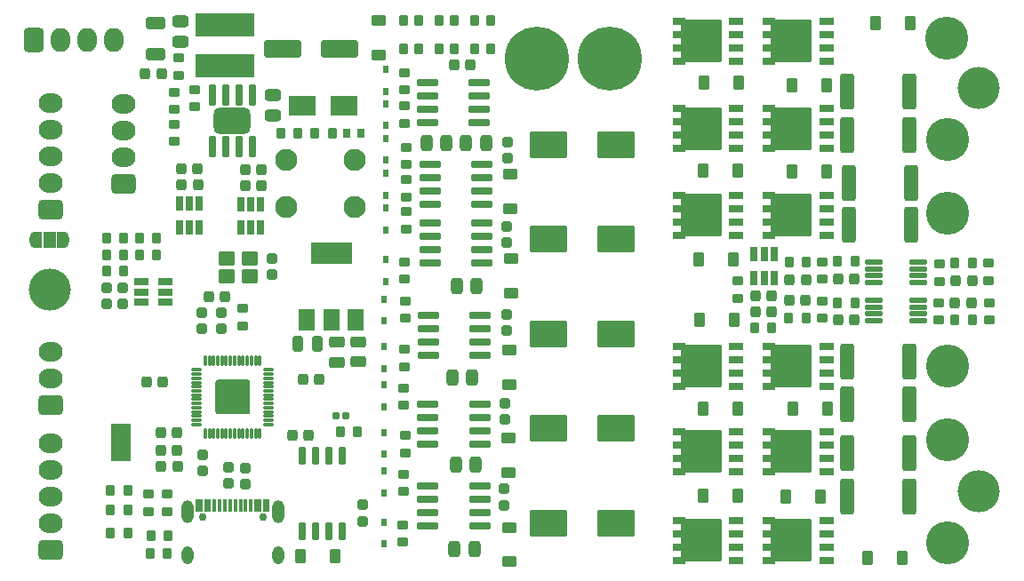
<source format=gts>
G04 #@! TF.GenerationSoftware,KiCad,Pcbnew,6.0.0-rc2*
G04 #@! TF.CreationDate,2022-06-25T16:15:40-07:00*
G04 #@! TF.ProjectId,RP2040_motor-rounded,52503230-3430-45f6-9d6f-746f722d726f,REV1*
G04 #@! TF.SameCoordinates,Original*
G04 #@! TF.FileFunction,Soldermask,Top*
G04 #@! TF.FilePolarity,Negative*
%FSLAX46Y46*%
G04 Gerber Fmt 4.6, Leading zero omitted, Abs format (unit mm)*
G04 Created by KiCad (PCBNEW 6.0.0-rc2) date 2022-06-25 16:15:40*
%MOMM*%
%LPD*%
G01*
G04 APERTURE LIST*
G04 Aperture macros list*
%AMRoundRect*
0 Rectangle with rounded corners*
0 $1 Rounding radius*
0 $2 $3 $4 $5 $6 $7 $8 $9 X,Y pos of 4 corners*
0 Add a 4 corners polygon primitive as box body*
4,1,4,$2,$3,$4,$5,$6,$7,$8,$9,$2,$3,0*
0 Add four circle primitives for the rounded corners*
1,1,$1+$1,$2,$3*
1,1,$1+$1,$4,$5*
1,1,$1+$1,$6,$7*
1,1,$1+$1,$8,$9*
0 Add four rect primitives between the rounded corners*
20,1,$1+$1,$2,$3,$4,$5,0*
20,1,$1+$1,$4,$5,$6,$7,0*
20,1,$1+$1,$6,$7,$8,$9,0*
20,1,$1+$1,$8,$9,$2,$3,0*%
%AMFreePoly0*
4,1,37,0.586062,0.786062,0.601000,0.750000,0.601000,-0.750000,0.586062,-0.786062,0.550000,-0.801000,0.000000,-0.801000,-0.012525,-0.795812,-0.080875,-0.794559,-0.095149,-0.792248,-0.230464,-0.749973,-0.243516,-0.743747,-0.361526,-0.665192,-0.372306,-0.655554,-0.463526,-0.547035,-0.471167,-0.534759,-0.528262,-0.405000,-0.532150,-0.391073,-0.549733,-0.256613,-0.548336,-0.256430,-0.551000,-0.250000,
-0.551000,0.250000,-0.550512,0.251179,-0.550356,0.263956,-0.528545,0.404033,-0.524317,0.417860,-0.464069,0.546185,-0.456130,0.558271,-0.362286,0.664529,-0.351274,0.673901,-0.231379,0.749549,-0.218180,0.755454,-0.081873,0.794411,-0.067546,0.796373,-0.011990,0.796033,0.000000,0.801000,0.550000,0.801000,0.586062,0.786062,0.586062,0.786062,$1*%
%AMFreePoly1*
4,1,37,0.012349,0.795885,0.074216,0.795507,0.088518,0.793370,0.224339,0.752751,0.237465,0.746685,0.356427,0.669578,0.367324,0.660073,0.459862,0.552676,0.467652,0.540494,0.526329,0.411442,0.530388,0.397563,0.550485,0.257230,0.551000,0.250000,0.551000,-0.250000,0.550996,-0.250622,0.550847,-0.262838,0.550144,-0.270677,0.526624,-0.410478,0.522228,-0.424254,0.460416,-0.551833,
0.452330,-0.563821,0.357195,-0.668925,0.346069,-0.678161,0.225259,-0.752338,0.211989,-0.758081,0.075216,-0.795370,0.060866,-0.797157,0.011464,-0.796251,0.000000,-0.801000,-0.550000,-0.801000,-0.586062,-0.786062,-0.601000,-0.750000,-0.601000,0.750000,-0.586062,0.786062,-0.550000,0.801000,0.000000,0.801000,0.012349,0.795885,0.012349,0.795885,$1*%
G04 Aperture macros list end*
%ADD10RoundRect,0.294750X0.243750X0.456250X-0.243750X0.456250X-0.243750X-0.456250X0.243750X-0.456250X0*%
%ADD11RoundRect,0.276000X0.225000X0.250000X-0.225000X0.250000X-0.225000X-0.250000X0.225000X-0.250000X0*%
%ADD12RoundRect,0.276000X-0.250000X0.225000X-0.250000X-0.225000X0.250000X-0.225000X0.250000X0.225000X0*%
%ADD13RoundRect,0.276000X-0.225000X-0.250000X0.225000X-0.250000X0.225000X0.250000X-0.225000X0.250000X0*%
%ADD14RoundRect,0.276000X0.250000X-0.225000X0.250000X0.225000X-0.250000X0.225000X-0.250000X-0.225000X0*%
%ADD15RoundRect,0.198500X0.147500X0.172500X-0.147500X0.172500X-0.147500X-0.172500X0.147500X-0.172500X0*%
%ADD16RoundRect,0.051000X0.750000X-1.000000X0.750000X1.000000X-0.750000X1.000000X-0.750000X-1.000000X0*%
%ADD17RoundRect,0.051000X1.900000X-1.000000X1.900000X1.000000X-1.900000X1.000000X-1.900000X-1.000000X0*%
%ADD18RoundRect,0.201000X-0.150000X0.650000X-0.150000X-0.650000X0.150000X-0.650000X0.150000X0.650000X0*%
%ADD19RoundRect,0.251000X-0.200000X-0.275000X0.200000X-0.275000X0.200000X0.275000X-0.200000X0.275000X0*%
%ADD20RoundRect,0.251000X0.275000X-0.200000X0.275000X0.200000X-0.275000X0.200000X-0.275000X-0.200000X0*%
%ADD21RoundRect,0.294750X-0.456250X0.243750X-0.456250X-0.243750X0.456250X-0.243750X0.456250X0.243750X0*%
%ADD22RoundRect,0.101000X0.387500X0.050000X-0.387500X0.050000X-0.387500X-0.050000X0.387500X-0.050000X0*%
%ADD23RoundRect,0.101000X0.050000X0.387500X-0.050000X0.387500X-0.050000X-0.387500X0.050000X-0.387500X0*%
%ADD24RoundRect,0.195000X1.456000X1.456000X-1.456000X1.456000X-1.456000X-1.456000X1.456000X-1.456000X0*%
%ADD25RoundRect,0.301000X-0.250000X-0.475000X0.250000X-0.475000X0.250000X0.475000X-0.250000X0.475000X0*%
%ADD26C,4.002000*%
%ADD27RoundRect,0.301000X0.845000X-0.620000X0.845000X0.620000X-0.845000X0.620000X-0.845000X-0.620000X0*%
%ADD28O,2.292000X1.842000*%
%ADD29RoundRect,0.201000X-0.150000X0.825000X-0.150000X-0.825000X0.150000X-0.825000X0.150000X0.825000X0*%
%ADD30RoundRect,0.676000X-1.075000X0.625000X-1.075000X-0.625000X1.075000X-0.625000X1.075000X0.625000X0*%
%ADD31RoundRect,0.051000X0.600000X-0.450000X0.600000X0.450000X-0.600000X0.450000X-0.600000X-0.450000X0*%
%ADD32RoundRect,0.301000X1.500000X1.000000X-1.500000X1.000000X-1.500000X-1.000000X1.500000X-1.000000X0*%
%ADD33RoundRect,0.251000X-0.275000X0.200000X-0.275000X-0.200000X0.275000X-0.200000X0.275000X0.200000X0*%
%ADD34RoundRect,0.301000X-1.500000X-0.550000X1.500000X-0.550000X1.500000X0.550000X-1.500000X0.550000X0*%
%ADD35RoundRect,0.051000X-0.300000X-0.350000X0.300000X-0.350000X0.300000X0.350000X-0.300000X0.350000X0*%
%ADD36C,2.102000*%
%ADD37RoundRect,0.301000X0.362500X1.425000X-0.362500X1.425000X-0.362500X-1.425000X0.362500X-1.425000X0*%
%ADD38RoundRect,0.251000X0.200000X0.275000X-0.200000X0.275000X-0.200000X-0.275000X0.200000X-0.275000X0*%
%ADD39RoundRect,0.051000X0.635000X0.305000X-0.635000X0.305000X-0.635000X-0.305000X0.635000X-0.305000X0*%
%ADD40RoundRect,0.051000X0.510000X0.305000X-0.510000X0.305000X-0.510000X-0.305000X0.510000X-0.305000X0*%
%ADD41RoundRect,0.051000X1.905000X1.955000X-1.905000X1.955000X-1.905000X-1.955000X1.905000X-1.955000X0*%
%ADD42RoundRect,0.051000X-0.450000X-0.600000X0.450000X-0.600000X0.450000X0.600000X-0.450000X0.600000X0*%
%ADD43RoundRect,0.051000X-1.250000X-0.900000X1.250000X-0.900000X1.250000X0.900000X-1.250000X0.900000X0*%
%ADD44C,4.102000*%
%ADD45RoundRect,0.201000X0.825000X0.150000X-0.825000X0.150000X-0.825000X-0.150000X0.825000X-0.150000X0*%
%ADD46RoundRect,0.201000X-0.150000X0.512500X-0.150000X-0.512500X0.150000X-0.512500X0.150000X0.512500X0*%
%ADD47C,6.102000*%
%ADD48RoundRect,0.301000X-0.475000X0.250000X-0.475000X-0.250000X0.475000X-0.250000X0.475000X0.250000X0*%
%ADD49RoundRect,0.051000X-0.225000X0.300000X-0.225000X-0.300000X0.225000X-0.300000X0.225000X0.300000X0*%
%ADD50RoundRect,0.051000X2.750000X-1.075000X2.750000X1.075000X-2.750000X1.075000X-2.750000X-1.075000X0*%
%ADD51RoundRect,0.301000X-0.620000X-0.845000X0.620000X-0.845000X0.620000X0.845000X-0.620000X0.845000X0*%
%ADD52O,1.842000X2.292000*%
%ADD53RoundRect,0.051000X-0.600000X0.450000X-0.600000X-0.450000X0.600000X-0.450000X0.600000X0.450000X0*%
%ADD54RoundRect,0.051000X0.375000X-0.450000X0.375000X0.450000X-0.375000X0.450000X-0.375000X-0.450000X0*%
%ADD55RoundRect,0.301000X0.250000X0.475000X-0.250000X0.475000X-0.250000X-0.475000X0.250000X-0.475000X0*%
%ADD56RoundRect,0.051000X0.450000X0.600000X-0.450000X0.600000X-0.450000X-0.600000X0.450000X-0.600000X0*%
%ADD57RoundRect,0.151000X0.712500X0.100000X-0.712500X0.100000X-0.712500X-0.100000X0.712500X-0.100000X0*%
%ADD58RoundRect,0.201000X0.150000X-0.512500X0.150000X0.512500X-0.150000X0.512500X-0.150000X-0.512500X0*%
%ADD59RoundRect,0.051000X-0.700000X-0.600000X0.700000X-0.600000X0.700000X0.600000X-0.700000X0.600000X0*%
%ADD60FreePoly0,0.000000*%
%ADD61RoundRect,0.051000X-0.500000X-0.750000X0.500000X-0.750000X0.500000X0.750000X-0.500000X0.750000X0*%
%ADD62FreePoly1,0.000000*%
%ADD63RoundRect,0.201000X-0.512500X-0.150000X0.512500X-0.150000X0.512500X0.150000X-0.512500X0.150000X0*%
%ADD64RoundRect,0.051000X0.890000X-1.715000X0.890000X1.715000X-0.890000X1.715000X-0.890000X-1.715000X0*%
%ADD65RoundRect,0.301000X0.625000X-0.312500X0.625000X0.312500X-0.625000X0.312500X-0.625000X-0.312500X0*%
%ADD66C,0.752000*%
%ADD67RoundRect,0.051000X-0.150000X-0.575000X0.150000X-0.575000X0.150000X0.575000X-0.150000X0.575000X0*%
%ADD68O,1.102000X2.202000*%
%ADD69O,1.102000X1.702000*%
G04 APERTURE END LIST*
D10*
X99452500Y-100200000D03*
X97577500Y-100200000D03*
D11*
X86140000Y-111890000D03*
X84590000Y-111890000D03*
D12*
X88590000Y-110760000D03*
X88590000Y-112310000D03*
D13*
X98100000Y-103550000D03*
X99650000Y-103550000D03*
D14*
X103770000Y-117070000D03*
X103770000Y-115520000D03*
D15*
X102220000Y-107010000D03*
X101250000Y-107010000D03*
D16*
X98490000Y-97850000D03*
D17*
X100790000Y-91550000D03*
D16*
X100790000Y-97850000D03*
X103090000Y-97850000D03*
D18*
X101830000Y-110860000D03*
X100560000Y-110860000D03*
X99290000Y-110860000D03*
X98020000Y-110860000D03*
X98020000Y-118060000D03*
X99290000Y-118060000D03*
X100560000Y-118060000D03*
X101830000Y-118060000D03*
D11*
X90680000Y-95650000D03*
X89130000Y-95650000D03*
D19*
X101660000Y-108510000D03*
X103310000Y-108510000D03*
D12*
X91040000Y-111910000D03*
X91040000Y-113460000D03*
D11*
X84730000Y-103800000D03*
X83180000Y-103800000D03*
D14*
X90359000Y-98740000D03*
X90359000Y-97190000D03*
D20*
X85190000Y-116160000D03*
X85190000Y-114510000D03*
D14*
X88440000Y-98740000D03*
X88440000Y-97190000D03*
D21*
X103400000Y-100010000D03*
X103400000Y-101885000D03*
D13*
X97100000Y-108900000D03*
X98650000Y-108900000D03*
D11*
X86080000Y-110300000D03*
X84530000Y-110300000D03*
D22*
X94827500Y-107850000D03*
X94827500Y-107450000D03*
X94827500Y-107050000D03*
X94827500Y-106650000D03*
X94827500Y-106250000D03*
X94827500Y-105850000D03*
X94827500Y-105450000D03*
X94827500Y-105050000D03*
X94827500Y-104650000D03*
X94827500Y-104250000D03*
X94827500Y-103850000D03*
X94827500Y-103450000D03*
X94827500Y-103050000D03*
X94827500Y-102650000D03*
D23*
X93990000Y-101812500D03*
X93590000Y-101812500D03*
X93190000Y-101812500D03*
X92790000Y-101812500D03*
X92390000Y-101812500D03*
X91990000Y-101812500D03*
X91590000Y-101812500D03*
X91190000Y-101812500D03*
X90790000Y-101812500D03*
X90390000Y-101812500D03*
X89990000Y-101812500D03*
X89590000Y-101812500D03*
X89190000Y-101812500D03*
X88790000Y-101812500D03*
D22*
X87952500Y-102650000D03*
X87952500Y-103050000D03*
X87952500Y-103450000D03*
X87952500Y-103850000D03*
X87952500Y-104250000D03*
X87952500Y-104650000D03*
X87952500Y-105050000D03*
X87952500Y-105450000D03*
X87952500Y-105850000D03*
X87952500Y-106250000D03*
X87952500Y-106650000D03*
X87952500Y-107050000D03*
X87952500Y-107450000D03*
X87952500Y-107850000D03*
D23*
X88790000Y-108687500D03*
X89190000Y-108687500D03*
X89590000Y-108687500D03*
X89990000Y-108687500D03*
X90390000Y-108687500D03*
X90790000Y-108687500D03*
X91190000Y-108687500D03*
X91590000Y-108687500D03*
X91990000Y-108687500D03*
X92390000Y-108687500D03*
X92790000Y-108687500D03*
X93190000Y-108687500D03*
X93590000Y-108687500D03*
X93990000Y-108687500D03*
D24*
X91390000Y-105250000D03*
D14*
X95150000Y-93600000D03*
X95150000Y-92050000D03*
D20*
X83390000Y-116160000D03*
X83390000Y-114510000D03*
D12*
X92640000Y-112010000D03*
X92640000Y-113560000D03*
D11*
X86080000Y-108650000D03*
X84530000Y-108650000D03*
D20*
X92340000Y-98460000D03*
X92340000Y-96810000D03*
D21*
X101350000Y-100037500D03*
X101350000Y-101912500D03*
D11*
X114034100Y-73620000D03*
X112484100Y-73620000D03*
D25*
X112340900Y-103380000D03*
X114240900Y-103380000D03*
D11*
X88085000Y-85040000D03*
X86535000Y-85040000D03*
D26*
X73950000Y-95000000D03*
D27*
X81050000Y-84960000D03*
D28*
X81050000Y-82420000D03*
X81050000Y-79880000D03*
X81050000Y-77340000D03*
D29*
X93255000Y-76425000D03*
X91985000Y-76425000D03*
X90715000Y-76425000D03*
X89445000Y-76425000D03*
X89445000Y-81375000D03*
X90715000Y-81375000D03*
X91985000Y-81375000D03*
X93255000Y-81375000D03*
D30*
X91350000Y-78900000D03*
D31*
X117750000Y-104050000D03*
X117750000Y-100750000D03*
D32*
X127960000Y-117250000D03*
X121460000Y-117250000D03*
D33*
X107700000Y-112600000D03*
X107700000Y-114250000D03*
D34*
X96165000Y-72020000D03*
X101565000Y-72020000D03*
D35*
X103650000Y-80100000D03*
X102250000Y-80100000D03*
D33*
X139550000Y-94175000D03*
X139550000Y-95825000D03*
D36*
X103000000Y-82600000D03*
X96500000Y-82600000D03*
X103000000Y-87100000D03*
X96500000Y-87100000D03*
D37*
X155822500Y-114740000D03*
X149897500Y-114740000D03*
D11*
X150625000Y-97900000D03*
X149075000Y-97900000D03*
X142725000Y-97100000D03*
X141175000Y-97100000D03*
D38*
X150665000Y-92310000D03*
X149015000Y-92310000D03*
D39*
X147970000Y-119535000D03*
X147970000Y-120805000D03*
X147970000Y-118265000D03*
X147970000Y-116995000D03*
D40*
X142505000Y-118265000D03*
X142505000Y-119535000D03*
D41*
X144610000Y-118900000D03*
D40*
X142505000Y-120805000D03*
X142505000Y-116995000D03*
D33*
X163420000Y-92495000D03*
X163420000Y-94145000D03*
D12*
X80950000Y-94825000D03*
X80950000Y-96375000D03*
D37*
X156022500Y-84860000D03*
X150097500Y-84860000D03*
D38*
X81025000Y-90100000D03*
X79375000Y-90100000D03*
D20*
X163469100Y-97890000D03*
X163469100Y-96240000D03*
D12*
X117570000Y-80925900D03*
X117570000Y-82475900D03*
D42*
X152610000Y-69570000D03*
X155910000Y-69570000D03*
D38*
X81025000Y-91690000D03*
X79375000Y-91690000D03*
D19*
X83605000Y-118460000D03*
X85255000Y-118460000D03*
D39*
X147970000Y-71964500D03*
X147970000Y-73234500D03*
X147970000Y-70694500D03*
X147970000Y-69424500D03*
D40*
X142505000Y-70694500D03*
X142505000Y-73234500D03*
X142505000Y-69424500D03*
X142505000Y-71964500D03*
D41*
X144610000Y-71329500D03*
D33*
X107869000Y-96090000D03*
X107869000Y-97740000D03*
X107779000Y-77510000D03*
X107779000Y-79160000D03*
D42*
X136181000Y-106375000D03*
X139481000Y-106375000D03*
D38*
X85195000Y-120170000D03*
X83545000Y-120170000D03*
D43*
X97995000Y-77500000D03*
X101995000Y-77500000D03*
D25*
X112730900Y-94700000D03*
X114630900Y-94700000D03*
D44*
X159400000Y-71000000D03*
D45*
X114934100Y-109755000D03*
X114934100Y-108485000D03*
X114934100Y-107215000D03*
X114934100Y-105945000D03*
X109984100Y-105945000D03*
X109984100Y-107215000D03*
X109984100Y-108485000D03*
X109984100Y-109755000D03*
D46*
X88234000Y-86764200D03*
X87284000Y-86764200D03*
X86334000Y-86764200D03*
X86334000Y-89039200D03*
X87284000Y-89039200D03*
X88234000Y-89039200D03*
D47*
X120350000Y-73000000D03*
D32*
X127960000Y-81220000D03*
X121460000Y-81220000D03*
D48*
X86410000Y-69445000D03*
X86410000Y-71345000D03*
D33*
X107779000Y-100690000D03*
X107779000Y-102340000D03*
D19*
X82525000Y-91700000D03*
X84175000Y-91700000D03*
D13*
X160206600Y-96245000D03*
X161756600Y-96245000D03*
D49*
X106010000Y-87245000D03*
X106010000Y-89345000D03*
D20*
X158681900Y-97910000D03*
X158681900Y-96260000D03*
D31*
X117750000Y-120950000D03*
X117750000Y-117650000D03*
D13*
X160285000Y-94170000D03*
X161835000Y-94170000D03*
D11*
X150625000Y-93950000D03*
X149075000Y-93950000D03*
D39*
X147970000Y-81575000D03*
X147970000Y-79035000D03*
X147970000Y-80305000D03*
X147970000Y-77765000D03*
D41*
X144610000Y-79670000D03*
D40*
X142505000Y-80305000D03*
X142505000Y-81575000D03*
X142505000Y-77765000D03*
X142505000Y-79035000D03*
D44*
X159500000Y-102250000D03*
D50*
X90705000Y-73645000D03*
X90705000Y-69795000D03*
D51*
X72490000Y-71200000D03*
D52*
X75030000Y-71200000D03*
X77570000Y-71200000D03*
X80110000Y-71200000D03*
D37*
X155822500Y-101880000D03*
X149897500Y-101880000D03*
D20*
X87830000Y-77570000D03*
X87830000Y-75920000D03*
D37*
X155822500Y-76140000D03*
X149897500Y-76140000D03*
D49*
X106010000Y-74020000D03*
X106010000Y-76120000D03*
D20*
X147540000Y-94025000D03*
X147540000Y-92375000D03*
D53*
X105300000Y-69330000D03*
X105300000Y-72630000D03*
D39*
X139380000Y-79035000D03*
X139380000Y-80305000D03*
X139380000Y-81575000D03*
X139380000Y-77765000D03*
D40*
X133915000Y-80305000D03*
X133915000Y-79035000D03*
D41*
X136020000Y-79670000D03*
D40*
X133915000Y-81575000D03*
X133915000Y-77765000D03*
D39*
X139380000Y-87265000D03*
X139380000Y-89805000D03*
X139380000Y-88535000D03*
X139380000Y-85995000D03*
D41*
X136020000Y-87900000D03*
D40*
X133915000Y-88535000D03*
X133915000Y-89805000D03*
X133915000Y-85995000D03*
X133915000Y-87265000D03*
D45*
X114884100Y-79125000D03*
X114884100Y-77855000D03*
X114884100Y-76585000D03*
X114884100Y-75315000D03*
X109934100Y-75315000D03*
X109934100Y-76585000D03*
X109934100Y-77855000D03*
X109934100Y-79125000D03*
D33*
X107769000Y-74310000D03*
X107769000Y-75960000D03*
D13*
X86515000Y-83500000D03*
X88065000Y-83500000D03*
D54*
X114450000Y-72050000D03*
X115950000Y-72050000D03*
X115950000Y-69350000D03*
X114450000Y-69350000D03*
D33*
X107919000Y-81415000D03*
X107919000Y-83065000D03*
D39*
X147970000Y-87265000D03*
X147970000Y-88535000D03*
X147970000Y-89805000D03*
X147970000Y-85995000D03*
D40*
X142505000Y-87265000D03*
X142505000Y-89805000D03*
X142505000Y-88535000D03*
X142505000Y-85995000D03*
D41*
X144610000Y-87900000D03*
D55*
X111759100Y-81000000D03*
X109859100Y-81000000D03*
D13*
X92575000Y-85100000D03*
X94125000Y-85100000D03*
D45*
X115144100Y-92495000D03*
X115144100Y-91225000D03*
X115144100Y-89955000D03*
X115144100Y-88685000D03*
X110194100Y-88685000D03*
X110194100Y-89955000D03*
X110194100Y-91225000D03*
X110194100Y-92495000D03*
D37*
X155822500Y-105920000D03*
X149897500Y-105920000D03*
D45*
X114944100Y-117525000D03*
X114944100Y-116255000D03*
X114944100Y-114985000D03*
X114944100Y-113715000D03*
X109994100Y-113715000D03*
X109994100Y-114985000D03*
X109994100Y-116255000D03*
X109994100Y-117525000D03*
D19*
X99237000Y-80124900D03*
X100887000Y-80124900D03*
D27*
X74100000Y-87400000D03*
D28*
X74100000Y-84860000D03*
X74100000Y-82320000D03*
X74100000Y-79780000D03*
X74100000Y-77240000D03*
D45*
X115134100Y-86875000D03*
X115134100Y-85605000D03*
X115134100Y-84335000D03*
X115134100Y-83065000D03*
X110184100Y-83065000D03*
X110184100Y-84335000D03*
X110184100Y-85605000D03*
X110184100Y-86875000D03*
D33*
X107821000Y-108905000D03*
X107821000Y-110555000D03*
D49*
X106010000Y-83920000D03*
X106010000Y-86020000D03*
D19*
X95983900Y-80110000D03*
X97633900Y-80110000D03*
D37*
X155822500Y-110620000D03*
X149897500Y-110620000D03*
D39*
X147970000Y-111085000D03*
X147970000Y-109815000D03*
X147970000Y-112355000D03*
X147970000Y-108545000D03*
D40*
X142505000Y-109815000D03*
X142505000Y-108545000D03*
X142505000Y-112355000D03*
D41*
X144610000Y-110450000D03*
D40*
X142505000Y-111085000D03*
D32*
X127960000Y-108200000D03*
X121460000Y-108200000D03*
D42*
X144121000Y-114735000D03*
X147421000Y-114735000D03*
D27*
X74100000Y-106000000D03*
D28*
X74100000Y-103460000D03*
X74100000Y-100920000D03*
D42*
X144810000Y-106375000D03*
X148110000Y-106375000D03*
D33*
X107719000Y-104395000D03*
X107719000Y-106045000D03*
D25*
X112640900Y-111680000D03*
X114540900Y-111680000D03*
D33*
X107900000Y-87570000D03*
X107900000Y-89220000D03*
D56*
X101150000Y-120400000D03*
X97850000Y-120400000D03*
D39*
X139380000Y-73225000D03*
X139380000Y-70685000D03*
X139380000Y-71955000D03*
X139380000Y-69415000D03*
D40*
X133915000Y-71955000D03*
D41*
X136020000Y-71320000D03*
D40*
X133915000Y-73225000D03*
X133915000Y-70685000D03*
X133915000Y-69415000D03*
D49*
X106010000Y-92120000D03*
X106010000Y-94220000D03*
D57*
X156712500Y-97975000D03*
X156712500Y-97325000D03*
X156712500Y-96675000D03*
X156712500Y-96025000D03*
X152487500Y-96025000D03*
X152487500Y-96675000D03*
X152487500Y-97325000D03*
X152487500Y-97975000D03*
D49*
X106010000Y-80570000D03*
X106010000Y-82670000D03*
X105810000Y-95900000D03*
X105810000Y-98000000D03*
D42*
X136231000Y-83645000D03*
X139531000Y-83645000D03*
D19*
X144356900Y-97738000D03*
X146006900Y-97738000D03*
D11*
X146015000Y-94060000D03*
X144465000Y-94060000D03*
D20*
X85850000Y-80865000D03*
X85850000Y-79215000D03*
D45*
X114984100Y-101305000D03*
X114984100Y-100035000D03*
X114984100Y-98765000D03*
X114984100Y-97495000D03*
X110034100Y-97495000D03*
X110034100Y-98765000D03*
X110034100Y-100035000D03*
X110034100Y-101305000D03*
D58*
X141076000Y-93875800D03*
X142026000Y-93875800D03*
X142976000Y-93875800D03*
X142976000Y-91600800D03*
X142026000Y-91600800D03*
X141076000Y-91600800D03*
D39*
X139380000Y-111085000D03*
X139380000Y-112355000D03*
X139380000Y-109815000D03*
X139380000Y-108545000D03*
D40*
X133915000Y-111085000D03*
X133915000Y-108545000D03*
D41*
X136020000Y-110450000D03*
D40*
X133915000Y-109815000D03*
X133915000Y-112355000D03*
D59*
X90850000Y-93750000D03*
X93050000Y-93750000D03*
X93050000Y-92050000D03*
X90850000Y-92050000D03*
D60*
X72660000Y-90250000D03*
D61*
X73960000Y-90250000D03*
D62*
X75260000Y-90250000D03*
D38*
X150675000Y-96230900D03*
X149025000Y-96230900D03*
D33*
X107600000Y-117400000D03*
X107600000Y-119050000D03*
D32*
X127960000Y-99200000D03*
X121460000Y-99200000D03*
D63*
X82684200Y-94266000D03*
X82684200Y-95216000D03*
X82684200Y-96166000D03*
X84959200Y-96166000D03*
X84959200Y-95216000D03*
X84959200Y-94266000D03*
D49*
X106010000Y-77270000D03*
X106010000Y-79370000D03*
D64*
X80800000Y-109600000D03*
D38*
X81415000Y-118200000D03*
X79765000Y-118200000D03*
D57*
X156712500Y-94315000D03*
X156712500Y-93665000D03*
X156712500Y-93015000D03*
X156712500Y-92365000D03*
X152487500Y-92365000D03*
X152487500Y-93015000D03*
X152487500Y-93665000D03*
X152487500Y-94315000D03*
D26*
X162450000Y-75800000D03*
D27*
X74100000Y-119850000D03*
D28*
X74100000Y-117310000D03*
X74100000Y-114770000D03*
X74100000Y-112230000D03*
X74100000Y-109690000D03*
D54*
X111050000Y-72050000D03*
X112550000Y-72050000D03*
X112550000Y-69350000D03*
X111050000Y-69350000D03*
D33*
X107800000Y-92370000D03*
X107800000Y-94020000D03*
D11*
X145943400Y-96025000D03*
X144393400Y-96025000D03*
D31*
X117850000Y-87320000D03*
X117850000Y-84020000D03*
D39*
X139380000Y-118265000D03*
X139380000Y-120805000D03*
X139380000Y-119535000D03*
X139380000Y-116995000D03*
D40*
X133915000Y-116995000D03*
X133915000Y-119535000D03*
X133915000Y-120805000D03*
X133915000Y-118265000D03*
D41*
X136020000Y-118900000D03*
D42*
X135810000Y-92155000D03*
X139110000Y-92155000D03*
X136181000Y-114635000D03*
X139481000Y-114635000D03*
D12*
X117270000Y-114005900D03*
X117270000Y-115555900D03*
D44*
X159500000Y-87750000D03*
D20*
X158740000Y-94205000D03*
X158740000Y-92555000D03*
D12*
X117470000Y-88975900D03*
X117470000Y-90525900D03*
D38*
X161843100Y-97842000D03*
X160193100Y-97842000D03*
D42*
X136310000Y-75295000D03*
X139610000Y-75295000D03*
X144721000Y-75495000D03*
X148021000Y-75495000D03*
X135860000Y-97850000D03*
X139160000Y-97850000D03*
D11*
X94125000Y-83540000D03*
X92575000Y-83540000D03*
D49*
X105810000Y-112275000D03*
X105810000Y-114375000D03*
D42*
X151921000Y-120535000D03*
X155221000Y-120535000D03*
D39*
X147970000Y-104214500D03*
X147970000Y-101674500D03*
X147970000Y-102944500D03*
X147970000Y-100404500D03*
D40*
X142505000Y-104214500D03*
X142505000Y-101674500D03*
D41*
X144610000Y-102309500D03*
D40*
X142505000Y-100404500D03*
X142505000Y-102944500D03*
D39*
X139380000Y-102935000D03*
X139380000Y-104205000D03*
X139380000Y-101665000D03*
X139380000Y-100395000D03*
D40*
X133915000Y-104205000D03*
D41*
X136020000Y-102300000D03*
D40*
X133915000Y-100395000D03*
X133915000Y-102935000D03*
X133915000Y-101665000D03*
D14*
X79410000Y-96375000D03*
X79410000Y-94825000D03*
D38*
X81025000Y-93250000D03*
X79375000Y-93250000D03*
D20*
X147540000Y-97740000D03*
X147540000Y-96090000D03*
D54*
X107650000Y-72050000D03*
X109150000Y-72050000D03*
X109150000Y-69350000D03*
X107650000Y-69350000D03*
D37*
X155822500Y-80240000D03*
X149897500Y-80240000D03*
D46*
X94074000Y-86834200D03*
X93124000Y-86834200D03*
X92174000Y-86834200D03*
X92174000Y-89109200D03*
X93124000Y-89109200D03*
X94074000Y-89109200D03*
D33*
X85850000Y-76165000D03*
X85850000Y-77815000D03*
D37*
X156022500Y-88800000D03*
X150097500Y-88800000D03*
D44*
X159500000Y-119100000D03*
D49*
X105810000Y-104050000D03*
X105810000Y-106150000D03*
X105810000Y-100450000D03*
X105810000Y-102550000D03*
D44*
X159500000Y-80700000D03*
D33*
X107921000Y-84525000D03*
X107921000Y-86175000D03*
D26*
X162450000Y-114200000D03*
D25*
X112530900Y-119730000D03*
X114430900Y-119730000D03*
D31*
X117650000Y-112400000D03*
X117650000Y-109100000D03*
D38*
X81425000Y-114100000D03*
X79775000Y-114100000D03*
D12*
X117370000Y-105805900D03*
X117370000Y-107355900D03*
D44*
X159500000Y-109300000D03*
D38*
X81425000Y-115990000D03*
X79775000Y-115990000D03*
D32*
X127960000Y-90170000D03*
X121460000Y-90170000D03*
D49*
X105810000Y-117150000D03*
X105810000Y-119250000D03*
D13*
X141185000Y-95560000D03*
X142735000Y-95560000D03*
D38*
X161865000Y-92500000D03*
X160215000Y-92500000D03*
D65*
X84080000Y-72567500D03*
X84080000Y-69642500D03*
D49*
X105810000Y-108600000D03*
X105810000Y-110700000D03*
D25*
X113640900Y-81050000D03*
X115540900Y-81050000D03*
D31*
X117950000Y-95370000D03*
X117950000Y-92070000D03*
D48*
X95220000Y-76495000D03*
X95220000Y-78395000D03*
D42*
X144721000Y-83705000D03*
X148021000Y-83705000D03*
D20*
X86230000Y-74560000D03*
X86230000Y-72910000D03*
D12*
X117520000Y-97345900D03*
X117520000Y-98895900D03*
D38*
X84175000Y-90100000D03*
X82525000Y-90100000D03*
D13*
X83085000Y-74390000D03*
X84635000Y-74390000D03*
D66*
X94290000Y-116645000D03*
X88510000Y-116645000D03*
D67*
X88050000Y-115580000D03*
X88850000Y-115580000D03*
X90150000Y-115580000D03*
X91150000Y-115580000D03*
X91650000Y-115580000D03*
X92650000Y-115580000D03*
X93950000Y-115580000D03*
X94750000Y-115580000D03*
X94450000Y-115580000D03*
X93650000Y-115580000D03*
X93150000Y-115580000D03*
X92150000Y-115580000D03*
X90650000Y-115580000D03*
X89650000Y-115580000D03*
X89150000Y-115580000D03*
X88350000Y-115580000D03*
D68*
X95720000Y-116145000D03*
X87080000Y-116145000D03*
D69*
X87080000Y-120325000D03*
X95720000Y-120325000D03*
D19*
X144425000Y-92400000D03*
X146075000Y-92400000D03*
D47*
X127350000Y-73000000D03*
D19*
X141115000Y-98640000D03*
X142765000Y-98640000D03*
M02*

</source>
